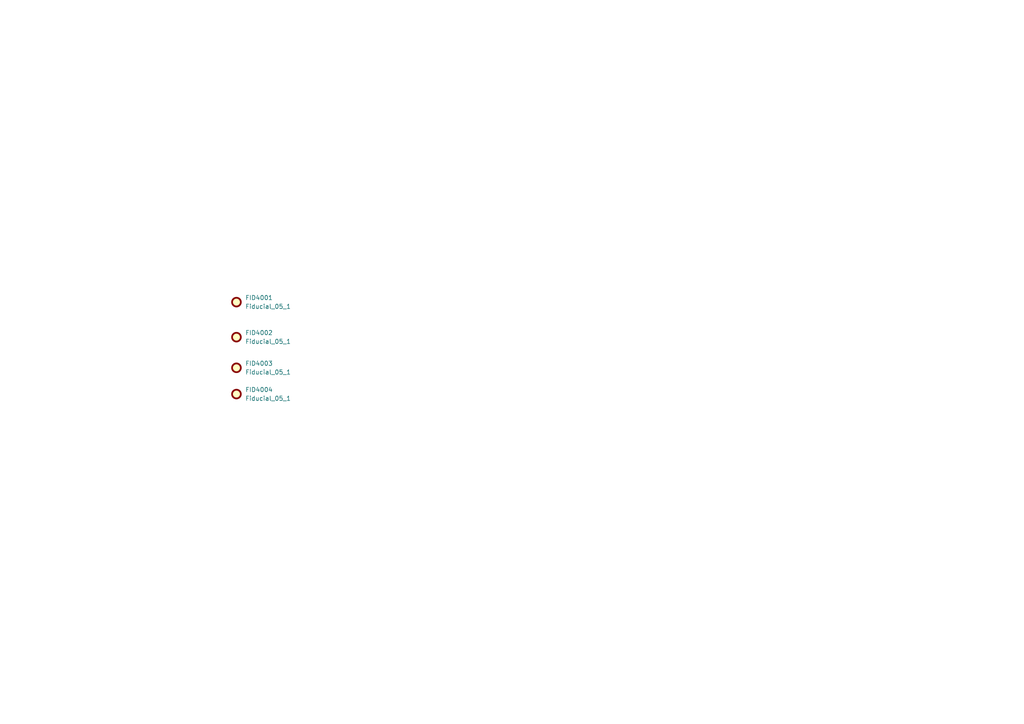
<source format=kicad_sch>
(kicad_sch (version 20231120) (generator "eeschema") (generator_version "8.0")
  (paper "A4")
  (lib_symbols
    (symbol "bt_misc:Fiducial_0.5mm_Mask1mm" (exclude_from_sim yes) (in_bom no)
      (property "Reference" "FID" (at 0 5.08 0))
      (property "Value" "Fiducial_05_1" (at 0 3.175 0))
      (symbol "Fiducial_0.5mm_Mask1mm_0_1"
        (circle (center 0 0) (radius 1.27) (stroke (width 0.508)) (fill (type background)))
      )
    )
  )
  (symbol (lib_id "bt_misc:Fiducial_0.5mm_Mask1mm") (at 68.58 87.63 0) (unit 1) (exclude_from_sim yes) (in_bom no)
    (property "Reference" "FID4001" (at 71.12 86.3599 0) (effects (justify left)))
    (property "Value" "Fiducial_05_1" (at 71.12 88.8999 0) (effects (justify left)))
    (property "Footprint" "Fiducial:Fiducial_0.5mm_Mask1mm" (effects (hide yes)))
    (property "Description" "Fiducial Marker" (effects (hide yes)))
  )
  (symbol (lib_id "bt_misc:Fiducial_0.5mm_Mask1mm") (at 68.58 97.79 0) (unit 1) (exclude_from_sim yes) (in_bom no)
    (property "Reference" "FID4002" (at 71.12 96.5199 0) (effects (justify left)))
    (property "Value" "Fiducial_05_1" (at 71.12 99.0599 0) (effects (justify left)))
    (property "Footprint" "Fiducial:Fiducial_0.5mm_Mask1mm" (effects (hide yes)))
    (property "Description" "Fiducial Marker" (effects (hide yes)))
  )
  (symbol (lib_id "bt_misc:Fiducial_0.5mm_Mask1mm") (at 68.58 114.3 0) (unit 1) (exclude_from_sim yes) (in_bom no)
    (property "Reference" "FID4004" (at 71.12 113.0299 0) (effects (justify left)))
    (property "Value" "Fiducial_05_1" (at 71.12 115.5699 0) (effects (justify left)))
    (property "Footprint" "Fiducial:Fiducial_0.5mm_Mask1mm" (effects (hide yes)))
    (property "Description" "Fiducial Marker" (effects (hide yes)))
  )
  (symbol (lib_id "bt_misc:Fiducial_0.5mm_Mask1mm") (at 68.58 106.68 0) (unit 1) (exclude_from_sim yes) (in_bom no)
    (property "Reference" "FID4003" (at 71.12 105.4099 0) (effects (justify left)))
    (property "Value" "Fiducial_05_1" (at 71.12 107.9499 0) (effects (justify left)))
    (property "Footprint" "Fiducial:Fiducial_0.5mm_Mask1mm" (effects (hide yes)))
    (property "Description" "Fiducial Marker" (effects (hide yes)))
  )
)
</source>
